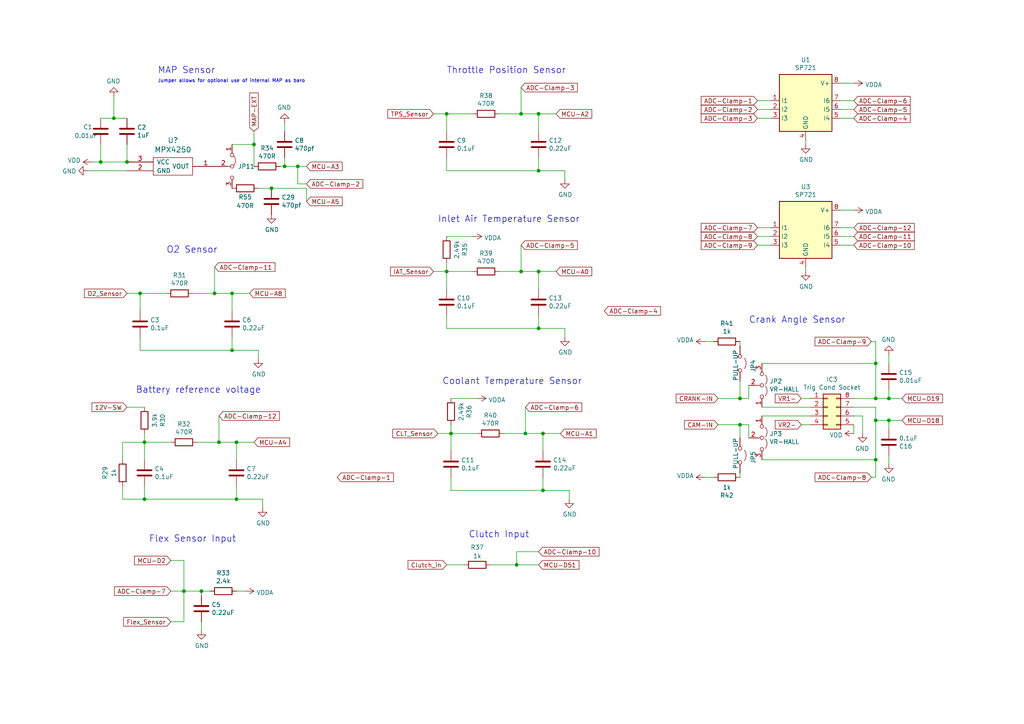
<source format=kicad_sch>
(kicad_sch (version 20231120) (generator "eeschema") (generator_version "8.0")
  (paper "A4")
  (title_block (title "0.4") (date "2021-03-27") (rev "4d") (company "Speeduino"))
  (lib_symbols
    (symbol "Connector_Generic:Conn_02x04_Counter_Clockwise" (pin_names (offset 1.016) hide)
      (property "Reference" "J" (at 1.27 5.08 0))
      (property "Value" "Conn_02x04_Counter_Clockwise" (at 1.27 -7.62 0))
      (symbol "Conn_02x04_Counter_Clockwise_1_1"
        (rectangle (start -1.27 -4.953) (end 0 -5.207) (stroke (width 0.1524)))
        (rectangle (start -1.27 -2.413) (end 0 -2.667) (stroke (width 0.1524)))
        (rectangle (start -1.27 0.127) (end 0 -0.127) (stroke (width 0.1524)))
        (rectangle (start -1.27 2.667) (end 0 2.413) (stroke (width 0.1524)))
        (rectangle (start -1.27 3.81) (end 3.81 -6.35) (stroke (width 0.254)) (fill (type background)))
        (rectangle (start 3.81 -4.953) (end 2.54 -5.207) (stroke (width 0.1524)))
        (rectangle (start 3.81 -2.413) (end 2.54 -2.667) (stroke (width 0.1524)))
        (rectangle (start 3.81 0.127) (end 2.54 -0.127) (stroke (width 0.1524)))
        (rectangle (start 3.81 2.667) (end 2.54 2.413) (stroke (width 0.1524)))
        (pin passive line (at -5.08 2.54 0) (length 3.81) (name "Pin_1") (number "1"))
        (pin passive line (at -5.08 0 0) (length 3.81) (name "Pin_2") (number "2"))
        (pin passive line (at -5.08 -2.54 0) (length 3.81) (name "Pin_3") (number "3"))
        (pin passive line (at -5.08 -5.08 0) (length 3.81) (name "Pin_4") (number "4"))
        (pin passive line (at 7.62 -5.08 180) (length 3.81) (name "Pin_5") (number "5"))
        (pin passive line (at 7.62 -2.54 180) (length 3.81) (name "Pin_6") (number "6"))
        (pin passive line (at 7.62 0 180) (length 3.81) (name "Pin_7") (number "7"))
        (pin passive line (at 7.62 2.54 180) (length 3.81) (name "Pin_8") (number "8"))
      )
    )
    (symbol "Device:C" (pin_numbers hide) (pin_names (offset 0.254))
      (property "Reference" "C" (at 0.635 2.54 0))
      (property "Value" "C" (at 0.635 -2.54 0))
      (symbol "C_0_1"
        (polyline (pts (xy -2.032 -0.762) (xy 2.032 -0.762)) (stroke (width 0.508)))
        (polyline (pts (xy -2.032 0.762) (xy 2.032 0.762)) (stroke (width 0.508)))
      )
      (symbol "C_1_1"
        (pin passive line (at 0 3.81 270) (length 2.794) (name "~") (number "1"))
        (pin passive line (at 0 -3.81 90) (length 2.794) (name "~") (number "2"))
      )
    )
    (symbol "Device:R" (pin_numbers hide) (pin_names (offset 0))
      (property "Reference" "R" (at 2.032 0 90))
      (property "Value" "R" (at 0 0 90))
      (symbol "R_0_1"
        (rectangle (start -1.016 -2.54) (end 1.016 2.54) (stroke (width 0.254)))
      )
      (symbol "R_1_1"
        (pin passive line (at 0 3.81 270) (length 1.27) (name "~") (number "1"))
        (pin passive line (at 0 -3.81 90) (length 1.27) (name "~") (number "2"))
      )
    )
    (symbol "Jumper:Jumper_2_Open" (pin_numbers hide) (pin_names (offset 0) hide) (exclude_from_sim yes)
      (property "Reference" "JP" (at 0 2.794 0))
      (property "Value" "Jumper_2_Open" (at 0 -2.286 0))
      (symbol "Jumper_2_Open_0_0"
        (circle (center -2.032 0) (radius 0.508))
        (circle (center 2.032 0) (radius 0.508))
      )
      (symbol "Jumper_2_Open_0_1"
        (arc (start 1.524 1.27) (mid 0 1.778) (end -1.524 1.27))
      )
      (symbol "Jumper_2_Open_1_1"
        (pin passive line (at -5.08 0 0) (length 2.54) (name "A") (number "1"))
        (pin passive line (at 5.08 0 180) (length 2.54) (name "B") (number "2"))
      )
    )
    (symbol "v0.4.3d-rescue:GND-power" (power) (pin_names (offset 0))
      (property "Value" "power_GND" (at 0 -3.81 0))
      (symbol "GND-power_0_1"
        (polyline (pts (xy 0 0) (xy 0 -1.27) (xy 1.27 -1.27) (xy 0 -2.54) (xy -1.27 -1.27) (xy 0 -1.27)))
      )
      (symbol "GND-power_1_1"
        (pin power_in line (at 0 0 270) (length 0) hide (name "GND") (number "1"))
      )
    )
    (symbol "v0.4.3d-rescue:Jumper_3_Bridged12-Jumper" (pin_names (offset 0) hide)
      (property "Reference" "JP" (at -2.54 -2.54 0))
      (property "Value" "Jumper_Jumper_3_Bridged12" (at 0 2.794 0))
      (symbol "Jumper_3_Bridged12-Jumper_0_0"
        (circle (center -3.302 0) (radius 0.508))
        (circle (center 0 0) (radius 0.508))
        (circle (center 3.302 0) (radius 0.508))
      )
      (symbol "Jumper_3_Bridged12-Jumper_0_1"
        (arc (start -0.254 0.508) (mid -1.651 0.9912) (end -3.048 0.508))
        (polyline (pts (xy 0 -1.27) (xy 0 -0.508)))
      )
      (symbol "Jumper_3_Bridged12-Jumper_1_1"
        (pin passive line (at -6.35 0 0) (length 2.54) (name "A") (number "1"))
        (pin input line (at 0 -3.81 90) (length 2.54) (name "C") (number "2"))
        (pin passive line (at 6.35 0 180) (length 2.54) (name "B") (number "3"))
      )
    )
    (symbol "v0.4.3d-rescue:Jumper_3_Open-Jumper" (pin_names (offset 0) hide)
      (property "Reference" "JP" (at -2.54 -2.54 0))
      (property "Value" "Jumper_Jumper_3_Open" (at 0 2.794 0))
      (symbol "Jumper_3_Open-Jumper_0_0"
        (circle (center -3.302 0) (radius 0.508))
        (circle (center 0 0) (radius 0.508))
        (circle (center 3.302 0) (radius 0.508))
      )
      (symbol "Jumper_3_Open-Jumper_0_1"
        (arc (start -0.254 1.016) (mid -1.651 1.4992) (end -3.048 1.016))
        (polyline (pts (xy 0 -0.508) (xy 0 -1.27)))
        (arc (start 3.048 1.016) (mid 1.651 1.4992) (end 0.254 1.016))
      )
      (symbol "Jumper_3_Open-Jumper_1_1"
        (pin passive line (at -6.35 0 0) (length 2.54) (name "A") (number "1"))
        (pin input line (at 0 -3.81 90) (length 2.54) (name "C") (number "2"))
        (pin passive line (at 6.35 0 180) (length 2.54) (name "B") (number "3"))
      )
    )
    (symbol "v0.4.3d-rescue:MPX4250-Misc-v0.4.4c-rescue" (pin_names (offset 1.016))
      (property "Reference" "U" (at 3.81 -3.81 0))
      (property "Value" "MPX4250-Misc-v0.4.4c-rescue" (at -1.27 3.81 0))
      (symbol "MPX4250-Misc-v0.4.4c-rescue_0_1"
        (rectangle (start -6.35 2.54) (end 5.08 -2.54))
      )
      (symbol "MPX4250-Misc-v0.4.4c-rescue_1_1"
        (pin output line (at 12.7 0 180) (length 7.62) (name "VOUT") (number "1"))
        (pin power_in line (at -13.97 -1.27 0) (length 7.62) (name "GND") (number "2"))
        (pin power_in line (at -13.97 1.27 0) (length 7.62) (name "VCC") (number "3"))
      )
    )
    (symbol "v0.4.3d-rescue:SP721-IC_Automotive"
      (property "Reference" "U" (at 0 15.875 0))
      (property "Value" "IC_Automotive_SP721" (at 0 13.97 0))
      (symbol "SP721-IC_Automotive_0_1"
        (rectangle (start -7.62 -3.81) (end 7.62 12.7) (stroke (width 0.254)) (fill (type background)))
      )
      (symbol "SP721-IC_Automotive_1_1"
        (pin input line (at -10.16 5.08 0) (length 2.54) (name "I1") (number "1"))
        (pin input line (at -10.16 2.54 0) (length 2.54) (name "I2") (number "2"))
        (pin input line (at -10.16 0 0) (length 2.54) (name "I3") (number "3"))
        (pin power_in line (at 0 -6.35 90) (length 2.54) (name "GND") (number "4"))
        (pin input line (at 10.16 0 180) (length 2.54) (name "I4") (number "5"))
        (pin input line (at 10.16 2.54 180) (length 2.54) (name "I5") (number "6"))
        (pin input line (at 10.16 5.08 180) (length 2.54) (name "I6") (number "7"))
        (pin power_in line (at 10.16 10.16 180) (length 2.54) (name "V+") (number "8"))
      )
    )
    (symbol "v0.4.3d-rescue:VDD-power" (power) (pin_names (offset 0))
      (property "Value" "power_VDD" (at 0 3.81 0))
      (symbol "VDD-power_0_1"
        (polyline (pts (xy -0.762 1.27) (xy 0 2.54)))
        (polyline (pts (xy 0 0) (xy 0 2.54)))
        (polyline (pts (xy 0 2.54) (xy 0.762 1.27)))
      )
      (symbol "VDD-power_1_1"
        (pin power_in line (at 0 0 90) (length 0) hide (name "VDD") (number "1"))
      )
    )
    (symbol "v0.4.3d-rescue:VDDA-power" (power) (pin_names (offset 0))
      (property "Value" "power_VDDA" (at 0 3.81 0))
      (symbol "VDDA-power_0_1"
        (polyline (pts (xy -0.762 1.27) (xy 0 2.54)))
        (polyline (pts (xy 0 0) (xy 0 2.54)))
        (polyline (pts (xy 0 2.54) (xy 0.762 1.27)))
      )
      (symbol "VDDA-power_1_1"
        (pin power_in line (at 0 0 90) (length 0) hide (name "VDDA") (number "1"))
      )
    )
  )
  (junction (at 68.58 128.27))
  (junction (at 62.23 85.09))
  (junction (at 152.4 125.73))
  (junction (at 257.81 121.92))
  (junction (at 151.13 78.74))
  (junction (at 257.81 115.57))
  (junction (at 86.36 48.26))
  (junction (at 41.91 128.27))
  (junction (at 40.64 85.09))
  (junction (at 41.91 144.78))
  (junction (at 53.34 171.45))
  (junction (at 156.21 95.25))
  (junction (at 68.58 144.78))
  (junction (at 82.55 48.26))
  (junction (at 156.21 49.53))
  (junction (at 157.48 125.73))
  (junction (at 151.13 33.02))
  (junction (at 254 121.92))
  (junction (at 67.31 101.6))
  (junction (at 130.81 125.73))
  (junction (at 149.86 163.83))
  (junction (at 78.74 54.61))
  (junction (at 214.63 123.19))
  (junction (at 129.54 33.02))
  (junction (at 254 115.57))
  (junction (at 67.31 85.09))
  (junction (at 214.63 115.57))
  (junction (at 63.5 128.27))
  (junction (at 157.48 142.24))
  (junction (at 156.21 78.74))
  (junction (at 254 105.41))
  (junction (at 254 133.35))
  (junction (at 29.21 46.99))
  (junction (at 156.21 33.02))
  (junction (at 73.66 41.91))
  (junction (at 33.02 34.29))
  (junction (at 58.42 171.45))
  (junction (at 36.83 46.99))
  (junction (at 129.54 78.74))
  (wire (pts (xy 162.56 125.73) (xy 157.48 125.73)))
  (wire (pts (xy 223.52 31.75) (xy 219.71 31.75)))
  (wire (pts (xy 152.4 118.11) (xy 152.4 125.73)))
  (wire (pts (xy 130.81 123.19) (xy 130.81 125.73)))
  (wire (pts (xy 81.28 48.26) (xy 82.55 48.26)))
  (wire (pts (xy 254 121.92) (xy 254 118.11)))
  (wire (pts (xy 40.64 85.09) (xy 48.26 85.09)))
  (wire (pts (xy 254 118.11) (xy 247.65 118.11)))
  (wire (pts (xy 157.48 125.73) (xy 157.48 130.81)))
  (wire (pts (xy 257.81 134.62) (xy 257.81 132.08)))
  (wire (pts (xy 247.65 120.65) (xy 250.19 120.65)))
  (wire (pts (xy 142.24 163.83) (xy 149.86 163.83)))
  (wire (pts (xy 152.4 125.73) (xy 157.48 125.73)))
  (wire (pts (xy 149.86 163.83) (xy 156.21 163.83)))
  (wire (pts (xy 130.81 130.81) (xy 130.81 125.73)))
  (wire (pts (xy 55.88 85.09) (xy 62.23 85.09)))
  (wire (pts (xy 247.65 66.04) (xy 243.84 66.04)))
  (wire (pts (xy 156.21 33.02) (xy 156.21 38.1)))
  (wire (pts (xy 58.42 172.72) (xy 58.42 171.45)))
  (wire (pts (xy 157.48 138.43) (xy 157.48 142.24)))
  (wire (pts (xy 26.67 46.99) (xy 29.21 46.99)))
  (wire (pts (xy 204.47 99.06) (xy 207.01 99.06)))
  (wire (pts (xy 88.9 53.34) (xy 86.36 53.34)))
  (wire (pts (xy 41.91 144.78) (xy 68.58 144.78)))
  (wire (pts (xy 156.21 78.74) (xy 156.21 83.82)))
  (wire (pts (xy 67.31 41.91) (xy 73.66 41.91)))
  (wire (pts (xy 214.63 115.57) (xy 217.17 115.57)))
  (wire (pts (xy 204.47 138.43) (xy 207.01 138.43)))
  (wire (pts (xy 254 138.43) (xy 254 133.35)))
  (wire (pts (xy 40.64 101.6) (xy 67.31 101.6)))
  (wire (pts (xy 257.81 102.87) (xy 257.81 105.41)))
  (wire (pts (xy 247.65 24.13) (xy 243.84 24.13)))
  (wire (pts (xy 254 133.35) (xy 254 121.92)))
  (wire (pts (xy 82.55 38.1) (xy 82.55 35.56)))
  (wire (pts (xy 233.68 77.47) (xy 233.68 78.74)))
  (wire (pts (xy 82.55 48.26) (xy 82.55 45.72)))
  (wire (pts (xy 146.05 125.73) (xy 152.4 125.73)))
  (wire (pts (xy 261.62 121.92) (xy 257.81 121.92)))
  (wire (pts (xy 161.29 78.74) (xy 156.21 78.74)))
  (wire (pts (xy 156.21 95.25) (xy 163.83 95.25)))
  (wire (pts (xy 156.21 49.53) (xy 163.83 49.53)))
  (wire (pts (xy 220.98 105.41) (xy 254 105.41)))
  (wire (pts (xy 53.34 180.34) (xy 53.34 171.45)))
  (wire (pts (xy 208.28 115.57) (xy 214.63 115.57)))
  (wire (pts (xy 138.43 115.57) (xy 130.81 115.57)))
  (wire (pts (xy 130.81 125.73) (xy 138.43 125.73)))
  (wire (pts (xy 76.2 144.78) (xy 76.2 147.32)))
  (wire (pts (xy 214.63 127) (xy 214.63 123.19)))
  (wire (pts (xy 129.54 33.02) (xy 137.16 33.02)))
  (wire (pts (xy 35.56 144.78) (xy 41.91 144.78)))
  (wire (pts (xy 129.54 38.1) (xy 129.54 33.02)))
  (wire (pts (xy 33.02 34.29) (xy 36.83 34.29)))
  (wire (pts (xy 127 125.73) (xy 130.81 125.73)))
  (wire (pts (xy 130.81 138.43) (xy 130.81 142.24)))
  (wire (pts (xy 35.56 133.35) (xy 35.56 128.27)))
  (wire (pts (xy 68.58 144.78) (xy 76.2 144.78)))
  (wire (pts (xy 129.54 163.83) (xy 134.62 163.83)))
  (wire (pts (xy 49.53 180.34) (xy 53.34 180.34)))
  (wire (pts (xy 232.41 123.19) (xy 234.95 123.19)))
  (wire (pts (xy 73.66 41.91) (xy 73.66 48.26)))
  (wire (pts (xy 254 105.41) (xy 254 115.57)))
  (wire (pts (xy 57.15 128.27) (xy 63.5 128.27)))
  (wire (pts (xy 41.91 133.35) (xy 41.91 128.27)))
  (wire (pts (xy 232.41 115.57) (xy 234.95 115.57)))
  (wire (pts (xy 247.65 31.75) (xy 243.84 31.75)))
  (wire (pts (xy 73.66 128.27) (xy 68.58 128.27)))
  (wire (pts (xy 25.4 49.53) (xy 36.83 49.53)))
  (wire (pts (xy 60.96 171.45) (xy 58.42 171.45)))
  (wire (pts (xy 67.31 101.6) (xy 74.93 101.6)))
  (wire (pts (xy 67.31 97.79) (xy 67.31 101.6)))
  (wire (pts (xy 252.73 138.43) (xy 254 138.43)))
  (wire (pts (xy 36.83 46.99) (xy 36.83 41.91)))
  (wire (pts (xy 62.23 85.09) (xy 67.31 85.09)))
  (wire (pts (xy 223.52 68.58) (xy 219.71 68.58)))
  (wire (pts (xy 163.83 49.53) (xy 163.83 52.07)))
  (wire (pts (xy 214.63 110.49) (xy 214.63 115.57)))
  (wire (pts (xy 62.23 77.47) (xy 62.23 85.09)))
  (wire (pts (xy 157.48 142.24) (xy 165.1 142.24)))
  (wire (pts (xy 208.28 123.19) (xy 214.63 123.19)))
  (wire (pts (xy 33.02 34.29) (xy 33.02 27.94)))
  (wire (pts (xy 220.98 133.35) (xy 254 133.35)))
  (wire (pts (xy 254 115.57) (xy 257.81 115.57)))
  (wire (pts (xy 73.66 38.1) (xy 73.66 41.91)))
  (wire (pts (xy 243.84 68.58) (xy 247.65 68.58)))
  (wire (pts (xy 214.63 137.16) (xy 214.63 138.43)))
  (wire (pts (xy 144.78 33.02) (xy 151.13 33.02)))
  (wire (pts (xy 257.81 121.92) (xy 257.81 124.46)))
  (wire (pts (xy 86.36 48.26) (xy 88.9 48.26)))
  (wire (pts (xy 219.71 66.04) (xy 223.52 66.04)))
  (wire (pts (xy 220.98 118.11) (xy 234.95 118.11)))
  (wire (pts (xy 156.21 91.44) (xy 156.21 95.25)))
  (wire (pts (xy 219.71 29.21) (xy 223.52 29.21)))
  (wire (pts (xy 144.78 78.74) (xy 151.13 78.74)))
  (wire (pts (xy 156.21 45.72) (xy 156.21 49.53)))
  (wire (pts (xy 88.9 54.61) (xy 78.74 54.61)))
  (wire (pts (xy 67.31 85.09) (xy 67.31 90.17)))
  (wire (pts (xy 74.93 101.6) (xy 74.93 104.14)))
  (wire (pts (xy 82.55 48.26) (xy 86.36 48.26)))
  (wire (pts (xy 53.34 162.56) (xy 53.34 171.45)))
  (wire (pts (xy 40.64 90.17) (xy 40.64 85.09)))
  (wire (pts (xy 68.58 128.27) (xy 68.58 133.35)))
  (wire (pts (xy 261.62 115.57) (xy 257.81 115.57)))
  (wire (pts (xy 151.13 71.12) (xy 151.13 78.74)))
  (wire (pts (xy 35.56 140.97) (xy 35.56 144.78)))
  (wire (pts (xy 247.65 71.12) (xy 243.84 71.12)))
  (wire (pts (xy 58.42 182.88) (xy 58.42 180.34)))
  (wire (pts (xy 247.65 60.96) (xy 243.84 60.96)))
  (wire (pts (xy 219.71 71.12) (xy 223.52 71.12)))
  (wire (pts (xy 137.16 68.58) (xy 129.54 68.58)))
  (wire (pts (xy 125.73 33.02) (xy 129.54 33.02)))
  (wire (pts (xy 36.83 118.11) (xy 41.91 118.11)))
  (wire (pts (xy 130.81 142.24) (xy 157.48 142.24)))
  (wire (pts (xy 214.63 123.19) (xy 217.17 123.19)))
  (wire (pts (xy 217.17 123.19) (xy 217.17 127)))
  (wire (pts (xy 163.83 95.25) (xy 163.83 97.79)))
  (wire (pts (xy 74.93 54.61) (xy 78.74 54.61)))
  (wire (pts (xy 68.58 171.45) (xy 71.12 171.45)))
  (wire (pts (xy 220.98 120.65) (xy 234.95 120.65)))
  (wire (pts (xy 252.73 99.06) (xy 254 99.06)))
  (wire (pts (xy 151.13 78.74) (xy 156.21 78.74)))
  (wire (pts (xy 72.39 85.09) (xy 67.31 85.09)))
  (wire (pts (xy 217.17 115.57) (xy 217.17 111.76)))
  (wire (pts (xy 129.54 45.72) (xy 129.54 49.53)))
  (wire (pts (xy 58.42 171.45) (xy 53.34 171.45)))
  (wire (pts (xy 254 121.92) (xy 257.81 121.92)))
  (wire (pts (xy 254 99.06) (xy 254 105.41)))
  (wire (pts (xy 129.54 95.25) (xy 156.21 95.25)))
  (wire (pts (xy 219.71 34.29) (xy 223.52 34.29)))
  (wire (pts (xy 125.73 78.74) (xy 129.54 78.74)))
  (wire (pts (xy 35.56 128.27) (xy 41.91 128.27)))
  (wire (pts (xy 129.54 78.74) (xy 137.16 78.74)))
  (wire (pts (xy 29.21 46.99) (xy 29.21 41.91)))
  (wire (pts (xy 214.63 99.06) (xy 214.63 100.33)))
  (wire (pts (xy 41.91 140.97) (xy 41.91 144.78)))
  (wire (pts (xy 250.19 120.65) (xy 250.19 125.73)))
  (wire (pts (xy 49.53 162.56) (xy 53.34 162.56)))
  (wire (pts (xy 151.13 25.4) (xy 151.13 33.02)))
  (wire (pts (xy 36.83 85.09) (xy 40.64 85.09)))
  (wire (pts (xy 40.64 97.79) (xy 40.64 101.6)))
  (wire (pts (xy 129.54 76.2) (xy 129.54 78.74)))
  (wire (pts (xy 161.29 33.02) (xy 156.21 33.02)))
  (wire (pts (xy 257.81 115.57) (xy 257.81 113.03)))
  (wire (pts (xy 63.5 120.65) (xy 63.5 128.27)))
  (wire (pts (xy 129.54 91.44) (xy 129.54 95.25)))
  (wire (pts (xy 149.86 160.02) (xy 149.86 163.83)))
  (wire (pts (xy 129.54 49.53) (xy 156.21 49.53)))
  (wire (pts (xy 29.21 34.29) (xy 33.02 34.29)))
  (wire (pts (xy 243.84 34.29) (xy 247.65 34.29)))
  (wire (pts (xy 68.58 140.97) (xy 68.58 144.78)))
  (wire (pts (xy 41.91 128.27) (xy 49.53 128.27)))
  (wire (pts (xy 243.84 29.21) (xy 247.65 29.21)))
  (wire (pts (xy 165.1 142.24) (xy 165.1 144.78)))
  (wire (pts (xy 233.68 41.91) (xy 233.68 40.64)))
  (wire (pts (xy 88.9 58.42) (xy 88.9 54.61)))
  (wire (pts (xy 151.13 33.02) (xy 156.21 33.02)))
  (wire (pts (xy 247.65 123.19) (xy 247.65 125.73)))
  (wire (pts (xy 247.65 115.57) (xy 254 115.57)))
  (wire (pts (xy 63.5 128.27) (xy 68.58 128.27)))
  (wire (pts (xy 29.21 46.99) (xy 36.83 46.99)))
  (wire (pts (xy 129.54 83.82) (xy 129.54 78.74)))
  (wire (pts (xy 53.34 171.45) (xy 49.53 171.45)))
  (wire (pts (xy 86.36 53.34) (xy 86.36 48.26)))
  (wire (pts (xy 156.21 160.02) (xy 149.86 160.02)))
  (wire (pts (xy 41.91 125.73) (xy 41.91 128.27)))
  (text "Coolant Temperature Sensor" (at 128.27 111.76 0) (effects (font (size 1.8796 1.8796)) (justify left bottom)))
  (text "Flex Sensor Input" (at 43.18 157.48 0) (effects (font (size 1.8796 1.8796)) (justify left bottom)))
  (text "Inlet Air Temperature Sensor" (at 127 64.77 0) (effects (font (size 1.8796 1.8796)) (justify left bottom)))
  (text "Jumper allows for optional use of internal MAP as baro" (at 45.72 24.13 0) (effects (font (size 0.9906 0.9906)) (justify left bottom)))
  (text "MAP Sensor" (at 45.72 21.59 0) (effects (font (size 1.8796 1.8796)) (justify left bottom)))
  (text "Clutch Input" (at 135.89 156.21 0) (effects (font (size 1.8796 1.8796)) (justify left bottom)))
  (text "Crank Angle Sensor" (at 217.17 93.98 0) (effects (font (size 1.8796 1.8796)) (justify left bottom)))
  (text "Throttle Position Sensor" (at 129.54 21.59 0) (effects (font (size 1.8796 1.8796)) (justify left bottom)))
  (text "O2 Sensor" (at 48.26 73.66 0) (effects (font (size 1.8796 1.8796)) (justify left bottom)))
  (text "Battery reference voltage" (at 39.37 114.3 0) (effects (font (size 1.8796 1.8796)) (justify left bottom)))
  (global_label "Flex_Sensor" (shape input) (at 49.53 180.34 180) (property "Intersheetrefs" "${INTERSHEET_REFS}" (effects (hide yes))))
  (global_label "MCU-D51" (shape input) (at 156.21 163.83 0) (property "Intersheetrefs" "${INTERSHEET_REFS}" (effects (hide yes))))
  (global_label "ADC-Clamp-9" (shape input) (at 219.71 71.12 180) (property "Intersheetrefs" "${INTERSHEET_REFS}" (effects (hide yes))))
  (global_label "ADC-Clamp-2" (shape input) (at 88.9 53.34 0) (property "Intersheetrefs" "${INTERSHEET_REFS}" (effects (hide yes))))
  (global_label "ADC-Clamp-2" (shape input) (at 219.71 31.75 180) (property "Intersheetrefs" "${INTERSHEET_REFS}" (effects (hide yes))))
  (global_label "ADC-Clamp-7" (shape input) (at 219.71 66.04 180) (property "Intersheetrefs" "${INTERSHEET_REFS}" (effects (hide yes))))
  (global_label "12V-SW" (shape input) (at 36.83 118.11 180) (property "Intersheetrefs" "${INTERSHEET_REFS}" (effects (hide yes))))
  (global_label "MCU-D19" (shape input) (at 261.62 115.57 0) (property "Intersheetrefs" "${INTERSHEET_REFS}" (effects (hide yes))))
  (global_label "ADC-Clamp-11" (shape input) (at 62.23 77.47 0) (property "Intersheetrefs" "${INTERSHEET_REFS}" (effects (hide yes))))
  (global_label "MCU-A5" (shape input) (at 88.9 58.42 0) (property "Intersheetrefs" "${INTERSHEET_REFS}" (effects (hide yes))))
  (global_label "ADC-Clamp-10" (shape input) (at 156.21 160.02 0) (property "Intersheetrefs" "${INTERSHEET_REFS}" (effects (hide yes))))
  (global_label "ADC-Clamp-5" (shape input) (at 151.13 71.12 0) (property "Intersheetrefs" "${INTERSHEET_REFS}" (effects (hide yes))))
  (global_label "ADC-Clamp-1" (shape input) (at 219.71 29.21 180) (property "Intersheetrefs" "${INTERSHEET_REFS}" (effects (hide yes))))
  (global_label "IAT_Sensor" (shape input) (at 125.73 78.74 180) (property "Intersheetrefs" "${INTERSHEET_REFS}" (effects (hide yes))))
  (global_label "CRANK-IN" (shape input) (at 208.28 115.57 180) (property "Intersheetrefs" "${INTERSHEET_REFS}" (effects (hide yes))))
  (global_label "CLT_Sensor" (shape input) (at 127 125.73 180) (property "Intersheetrefs" "${INTERSHEET_REFS}" (effects (hide yes))))
  (global_label "MCU-A0" (shape input) (at 161.29 78.74 0) (property "Intersheetrefs" "${INTERSHEET_REFS}" (effects (hide yes))))
  (global_label "ADC-Clamp-5" (shape input) (at 247.65 31.75 0) (property "Intersheetrefs" "${INTERSHEET_REFS}" (effects (hide yes))))
  (global_label "ADC-Clamp-12" (shape input) (at 63.5 120.65 0) (property "Intersheetrefs" "${INTERSHEET_REFS}" (effects (hide yes))))
  (global_label "ADC-Clamp-12" (shape input) (at 247.65 66.04 0) (property "Intersheetrefs" "${INTERSHEET_REFS}" (effects (hide yes))))
  (global_label "ADC-Clamp-11" (shape input) (at 247.65 68.58 0) (property "Intersheetrefs" "${INTERSHEET_REFS}" (effects (hide yes))))
  (global_label "ADC-Clamp-4" (shape input) (at 247.65 34.29 0) (property "Intersheetrefs" "${INTERSHEET_REFS}" (effects (hide yes))))
  (global_label "MCU-A1" (shape input) (at 162.56 125.73 0) (property "Intersheetrefs" "${INTERSHEET_REFS}" (effects (hide yes))))
  (global_label "ADC-Clamp-1" (shape input) (at 97.79 138.43 0) (property "Intersheetrefs" "${INTERSHEET_REFS}" (effects (hide yes))))
  (global_label "ADC-Clamp-4" (shape input) (at 175.26 90.17 0) (property "Intersheetrefs" "${INTERSHEET_REFS}" (effects (hide yes))))
  (global_label "CAM-IN" (shape input) (at 208.28 123.19 180) (property "Intersheetrefs" "${INTERSHEET_REFS}" (effects (hide yes))))
  (global_label "MCU-A4" (shape input) (at 73.66 128.27 0) (property "Intersheetrefs" "${INTERSHEET_REFS}" (effects (hide yes))))
  (global_label "MCU-A2" (shape input) (at 161.29 33.02 0) (property "Intersheetrefs" "${INTERSHEET_REFS}" (effects (hide yes))))
  (global_label "ADC-Clamp-6" (shape input) (at 247.65 29.21 0) (property "Intersheetrefs" "${INTERSHEET_REFS}" (effects (hide yes))))
  (global_label "MCU-D2" (shape input) (at 49.53 162.56 180) (property "Intersheetrefs" "${INTERSHEET_REFS}" (effects (hide yes))))
  (global_label "ADC-Clamp-7" (shape input) (at 49.53 171.45 180) (property "Intersheetrefs" "${INTERSHEET_REFS}" (effects (hide yes))))
  (global_label "ADC-Clamp-10" (shape input) (at 247.65 71.12 0) (property "Intersheetrefs" "${INTERSHEET_REFS}" (effects (hide yes))))
  (global_label "MCU-A3" (shape input) (at 88.9 48.26 0) (property "Intersheetrefs" "${INTERSHEET_REFS}" (effects (hide yes))))
  (global_label "O2_Sensor" (shape input) (at 36.83 85.09 180) (property "Intersheetrefs" "${INTERSHEET_REFS}" (effects (hide yes))))
  (global_label "ADC-Clamp-3" (shape input) (at 151.13 25.4 0) (property "Intersheetrefs" "${INTERSHEET_REFS}" (effects (hide yes))))
  (global_label "ADC-Clamp-8" (shape input) (at 252.73 138.43 180) (property "Intersheetrefs" "${INTERSHEET_REFS}" (effects (hide yes))))
  (global_label "MCU-A8" (shape input) (at 72.39 85.09 0) (property "Intersheetrefs" "${INTERSHEET_REFS}" (effects (hide yes))))
  (global_label "MAP-EXT" (shape input) (at 73.66 38.1 90) (property "Intersheetrefs" "${INTERSHEET_REFS}" (effects (hide yes))))
  (global_label "ADC-Clamp-6" (shape input) (at 152.4 118.11 0) (property "Intersheetrefs" "${INTERSHEET_REFS}" (effects (hide yes))))
  (global_label "VR1-" (shape input) (at 232.41 115.57 180) (property "Intersheetrefs" "${INTERSHEET_REFS}" (effects (hide yes))))
  (global_label "MCU-D18" (shape input) (at 261.62 121.92 0) (property "Intersheetrefs" "${INTERSHEET_REFS}" (effects (hide yes))))
  (global_label "ADC-Clamp-9" (shape input) (at 252.73 99.06 180) (property "Intersheetrefs" "${INTERSHEET_REFS}" (effects (hide yes))))
  (global_label "TPS_Sensor" (shape input) (at 125.73 33.02 180) (property "Intersheetrefs" "${INTERSHEET_REFS}" (effects (hide yes))))
  (global_label "Clutch_in" (shape input) (at 129.54 163.83 180) (property "Intersheetrefs" "${INTERSHEET_REFS}" (effects (hide yes))))
  (global_label "ADC-Clamp-3" (shape input) (at 219.71 34.29 180) (property "Intersheetrefs" "${INTERSHEET_REFS}" (effects (hide yes))))
  (global_label "VR2-" (shape input) (at 232.41 123.19 180) (property "Intersheetrefs" "${INTERSHEET_REFS}" (effects (hide yes))))
  (global_label "ADC-Clamp-8" (shape input) (at 219.71 68.58 180) (property "Intersheetrefs" "${INTERSHEET_REFS}" (effects (hide yes))))
  (symbol (lib_id "v0.4.3d-rescue:MPX4250-Misc-v0.4.4c-rescue") (at 50.8 48.26 0) (unit 1)
    (property "Reference" "U5" (at 50.165 40.7162 0) (effects (font (size 1.524 1.524))))
    (property "Value" "MPX4250" (at 50.165 43.4086 0) (effects (font (size 1.524 1.524))))
    (property "Footprint" "Misc:MPX4250" (effects (hide yes)))
    (property "Digikey Part Number" "MPX4250AP-ND" (effects (hide yes)))
    (property "Manufacturer_Name" "NXP" (effects (hide yes)))
    (property "Manufacturer_Part_Number" "MPX4250AP" (effects (hide yes)))
    (property "URL" "https://www.digikey.com.au/product-detail/en/nxp-usa-inc/MPX4250AP/MPX4250AP-ND/464053" (effects (hide yes)))
    (instances (project "" (path "" (reference "U?") (unit 1)) (path "" (reference "U5") (unit 1))))
  )
  (symbol (lib_id "v0.4.3d-rescue:GND-power") (at 25.4 49.53 270) (unit 1)
    (property "Reference" "#PWR023" (effects (hide yes)))
    (property "Value" "GND" (at 22.1488 49.657 90) (effects (justify right)))
  )
  (symbol (lib_id "v0.4.3d-rescue:GND-power") (at 82.55 35.56 180) (unit 1)
    (property "Reference" "#PWR029" (effects (hide yes)))
    (property "Value" "GND" (at 82.423 31.1658 0))
  )
  (symbol (lib_id "Device:C") (at 82.55 41.91 0) (unit 1)
    (property "Reference" "C8" (at 85.471 40.7416 0) (effects (justify left)))
    (property "Value" "470pf" (at 85.471 43.053 0) (effects (justify left)))
    (property "Footprint" "Capacitor_THT:C_Disc_D5.0mm_W2.5mm_P2.50mm" (effects (hide yes)))
    (property "Digikey Part Number" "445-180522-1-ND" (effects (hide yes)))
    (property "Manufacturer_Name" "TDK" (effects (hide yes)))
    (property "Manufacturer_Part_Number" "FA18NP01H471JNU06" (effects (hide yes)))
    (property "URL" "https://www.digikey.com.au/product-detail/en/tdk-corporation/FA18NP01H471JNU06/445-180522-1-ND/9560648" (effects (hide yes)))
  )
  (symbol (lib_id "Device:R") (at 77.47 48.26 270) (unit 1)
    (property "Reference" "R34" (at 77.47 43.0022 90))
    (property "Value" "470R" (at 77.47 45.3136 90))
    (property "Footprint" "Resistor_THT:R_Axial_DIN0204_L3.6mm_D1.6mm_P5.08mm_Horizontal" (effects (hide yes)))
    (property "Manufacturer_Name" "Vishay" (effects (hide yes)))
    (property "Manufacturer_Part_Number" "MBA02040C4700FRP00" (effects (hide yes)))
    (property "URL" "https://www.digikey.com.au/product-detail/en/vishay-beyschlag-draloric-bc-components/MBA02040C4700FRP00/BC3516CT-ND/7350946" (effects (hide yes)))
    (property "Digikey Part Number" "BC3516CT-ND" (effects (hide yes)))
  )
  (symbol (lib_id "Device:C") (at 29.21 38.1 0) (unit 1)
    (property "Reference" "C1" (at 24.13 36.83 0) (effects (justify left)))
    (property "Value" "0.01uF" (at 21.59 39.37 0) (effects (justify left)))
    (property "Footprint" "Capacitor_THT:C_Disc_D5.0mm_W2.5mm_P2.50mm" (effects (hide yes)))
    (property "Digikey Part Number" "445-174244-1-ND" (effects (hide yes)))
    (property "Manufacturer_Name" "TDK" (effects (hide yes)))
    (property "Manufacturer_Part_Number" "FA18X7R1H103KNU06" (effects (hide yes)))
    (property "URL" "https://www.digikey.com.au/product-detail/en/tdk-corporation/FA18X7R1H103KNU06/445-174244-1-ND/5865002" (effects (hide yes)))
  )
  (symbol (lib_id "Device:C") (at 36.83 38.1 0) (unit 1)
    (property "Reference" "C2" (at 39.751 36.9316 0) (effects (justify left)))
    (property "Value" "1uF" (at 39.751 39.243 0) (effects (justify left)))
    (property "Footprint" "Capacitor_THT:C_Disc_D5.0mm_W2.5mm_P2.50mm" (effects (hide yes)))
    (property "Digikey Part Number" "445-180543-1-ND" (effects (hide yes)))
    (property "Manufacturer_Name" "TDK" (effects (hide yes)))
    (property "Manufacturer_Part_Number" "FA18X7R1E105KRU06" (effects (hide yes)))
    (property "URL" "https://www.digikey.com.au/product-detail/en/tdk-corporation/FA18X7R1E105KRU06/445-180543-1-ND/9560669" (effects (hide yes)))
  )
  (symbol (lib_id "v0.4.3d-rescue:GND-power") (at 33.02 27.94 180) (unit 1)
    (property "Reference" "#PWR025" (effects (hide yes)))
    (property "Value" "GND" (at 32.893 23.5458 0))
  )
  (symbol (lib_id "Device:R") (at 210.82 99.06 270) (unit 1)
    (property "Reference" "R41" (at 210.82 93.8022 90))
    (property "Value" "1k" (at 210.82 96.1136 90))
    (property "Footprint" "Resistor_THT:R_Axial_DIN0204_L3.6mm_D1.6mm_P5.08mm_Horizontal" (effects (hide yes)))
    (property "Digikey Part Number" "BC1.00KXCT-ND" (effects (hide yes)))
    (property "Manufacturer_Name" "Vishay" (effects (hide yes)))
    (property "Manufacturer_Part_Number" "MBA02040C1001FRP00" (effects (hide yes)))
  )
  (symbol (lib_id "Device:C") (at 257.81 109.22 0) (unit 1)
    (property "Reference" "C15" (at 260.731 108.0516 0) (effects (justify left)))
    (property "Value" "0.01uF" (at 260.731 110.363 0) (effects (justify left)))
    (property "Footprint" "Capacitor_THT:C_Disc_D5.0mm_W2.5mm_P2.50mm" (effects (hide yes)))
    (property "Digikey Part Number" "445-174244-1-ND" (effects (hide yes)))
    (property "Manufacturer_Name" "TDK" (effects (hide yes)))
    (property "Manufacturer_Part_Number" "FA18X7R1H103KNU06" (effects (hide yes)))
    (property "URL" "https://www.digikey.com.au/product-detail/en/tdk-corporation/FA18X7R1H103KNU06/445-174244-1-ND/5865002" (effects (hide yes)))
  )
  (symbol (lib_id "v0.4.3d-rescue:GND-power") (at 257.81 102.87 180) (unit 1)
    (property "Reference" "#PWR040" (effects (hide yes)))
    (property "Value" "GND" (at 257.683 98.4758 0))
  )
  (symbol (lib_id "Device:R") (at 210.82 138.43 270) (mirror x) (unit 1)
    (property "Reference" "R42" (at 210.82 143.6878 90))
    (property "Value" "1k" (at 210.82 141.3764 90))
    (property "Footprint" "Resistor_THT:R_Axial_DIN0204_L3.6mm_D1.6mm_P5.08mm_Horizontal" (effects (hide yes)))
    (property "Digikey Part Number" "BC1.00KXCT-ND" (effects (hide yes)))
    (property "Manufacturer_Name" "Vishay" (effects (hide yes)))
    (property "Manufacturer_Part_Number" "MBA02040C1001FRP00" (effects (hide yes)))
  )
  (symbol (lib_id "Device:C") (at 257.81 128.27 0) (mirror x) (unit 1)
    (property "Reference" "C16" (at 260.731 129.4384 0) (effects (justify left)))
    (property "Value" "0.1uF" (at 260.731 127.127 0) (effects (justify left)))
    (property "Footprint" "Capacitor_THT:C_Disc_D5.0mm_W2.5mm_P2.50mm" (effects (hide yes)))
    (property "Digikey Part Number" "445-180563-1-ND" (effects (hide yes)))
    (property "Manufacturer_Name" "TDK" (effects (hide yes)))
    (property "Manufacturer_Part_Number" "FA18X8R1E104KNU06" (effects (hide yes)))
    (property "URL" "https://www.digikey.com.au/product-detail/en/tdk-corporation/FA18X8R1E104KNU06/445-180563-1-ND/9560689" (effects (hide yes)))
  )
  (symbol (lib_id "v0.4.3d-rescue:GND-power") (at 257.81 134.62 0) (mirror y) (unit 1)
    (property "Reference" "#PWR041" (effects (hide yes)))
    (property "Value" "GND" (at 257.683 139.0142 0))
  )
  (symbol (lib_id "v0.4.3d-rescue:GND-power") (at 233.68 41.91 0) (unit 1)
    (property "Reference" "#PWR039" (effects (hide yes)))
    (property "Value" "GND" (at 233.807 46.3042 0))
  )
  (symbol (lib_id "Device:R") (at 52.07 85.09 270) (unit 1)
    (property "Reference" "R31" (at 52.07 79.8322 90))
    (property "Value" "470R" (at 52.07 82.1436 90))
    (property "Footprint" "Resistor_THT:R_Axial_DIN0204_L3.6mm_D1.6mm_P5.08mm_Horizontal" (effects (hide yes)))
    (property "Manufacturer_Name" "Vishay" (effects (hide yes)))
    (property "Manufacturer_Part_Number" "MBA02040C4700FRP00" (effects (hide yes)))
    (property "URL" "https://www.digikey.com.au/product-detail/en/vishay-beyschlag-draloric-bc-components/MBA02040C4700FRP00/BC3516CT-ND/7350946" (effects (hide yes)))
    (property "Digikey Part Number" "BC3516CT-ND" (effects (hide yes)))
  )
  (symbol (lib_id "Device:C") (at 67.31 93.98 0) (unit 1)
    (property "Reference" "C6" (at 70.231 92.8116 0) (effects (justify left)))
    (property "Value" "0.22uF" (at 70.231 95.123 0) (effects (justify left)))
    (property "Footprint" "Capacitor_THT:C_Disc_D5.0mm_W2.5mm_P2.50mm" (effects (hide yes)))
    (property "Digikey Part Number" "445-180564-1-ND" (effects (hide yes)))
    (property "Manufacturer_Name" "TDK" (effects (hide yes)))
    (property "Manufacturer_Part_Number" "FA18X8R1E224KRU06" (effects (hide yes)))
    (property "URL" "https://www.digikey.com.au/product-detail/en/tdk-corporation/FA18X8R1E224KRU06/445-180564-1-ND/9560690" (effects (hide yes)))
  )
  (symbol (lib_id "Device:C") (at 40.64 93.98 0) (unit 1)
    (property "Reference" "C3" (at 43.561 92.8116 0) (effects (justify left)))
    (property "Value" "0.1uF" (at 43.561 95.123 0) (effects (justify left)))
    (property "Footprint" "Capacitor_THT:C_Disc_D5.0mm_W2.5mm_P2.50mm" (effects (hide yes)))
    (property "Digikey Part Number" "445-180563-1-ND" (effects (hide yes)))
    (property "Manufacturer_Name" "TDK" (effects (hide yes)))
    (property "Manufacturer_Part_Number" "FA18X8R1E104KNU06" (effects (hide yes)))
    (property "URL" "https://www.digikey.com.au/product-detail/en/tdk-corporation/FA18X8R1E104KNU06/445-180563-1-ND/9560689" (effects (hide yes)))
  )
  (symbol (lib_id "v0.4.3d-rescue:GND-power") (at 74.93 104.14 0) (unit 1)
    (property "Reference" "#PWR028" (effects (hide yes)))
    (property "Value" "GND" (at 75.057 108.5342 0))
  )
  (symbol (lib_id "Device:R") (at 140.97 33.02 270) (unit 1)
    (property "Reference" "R38" (at 140.97 27.7622 90))
    (property "Value" "470R" (at 140.97 30.0736 90))
    (property "Footprint" "Resistor_THT:R_Axial_DIN0204_L3.6mm_D1.6mm_P5.08mm_Horizontal" (effects (hide yes)))
    (property "Manufacturer_Name" "Vishay" (effects (hide yes)))
    (property "Manufacturer_Part_Number" "MBA02040C4700FRP00" (effects (hide yes)))
    (property "URL" "https://www.digikey.com.au/product-detail/en/vishay-beyschlag-draloric-bc-components/MBA02040C4700FRP00/BC3516CT-ND/7350946" (effects (hide yes)))
    (property "Digikey Part Number" "BC3516CT-ND" (effects (hide yes)))
  )
  (symbol (lib_id "Device:C") (at 156.21 41.91 0) (unit 1)
    (property "Reference" "C12" (at 159.131 40.7416 0) (effects (justify left)))
    (property "Value" "0.22uF" (at 159.131 43.053 0) (effects (justify left)))
    (property "Footprint" "Capacitor_THT:C_Disc_D5.0mm_W2.5mm_P2.50mm" (effects (hide yes)))
    (property "Digikey Part Number" "445-180564-1-ND" (effects (hide yes)))
    (property "Manufacturer_Name" "TDK" (effects (hide yes)))
    (property "Manufacturer_Part_Number" "FA18X8R1E224KRU06" (effects (hide yes)))
    (property "URL" "https://www.digikey.com.au/product-detail/en/tdk-corporation/FA18X8R1E224KRU06/445-180564-1-ND/9560690" (effects (hide yes)))
  )
  (symbol (lib_id "Device:C") (at 129.54 41.91 0) (unit 1)
    (property "Reference" "C9" (at 132.461 40.7416 0) (effects (justify left)))
    (property "Value" "0.1uF" (at 132.461 43.053 0) (effects (justify left)))
    (property "Footprint" "Capacitor_THT:C_Disc_D5.0mm_W2.5mm_P2.50mm" (effects (hide yes)))
    (property "Digikey Part Number" "445-180563-1-ND" (effects (hide yes)))
    (property "Manufacturer_Name" "TDK" (effects (hide yes)))
    (property "Manufacturer_Part_Number" "FA18X8R1E104KNU06" (effects (hide yes)))
    (property "URL" "https://www.digikey.com.au/product-detail/en/tdk-corporation/FA18X8R1E104KNU06/445-180563-1-ND/9560689" (effects (hide yes)))
  )
  (symbol (lib_id "v0.4.3d-rescue:GND-power") (at 163.83 52.07 0) (unit 1)
    (property "Reference" "#PWR034" (effects (hide yes)))
    (property "Value" "GND" (at 163.957 56.4642 0))
  )
  (symbol (lib_id "Device:R") (at 140.97 78.74 270) (unit 1)
    (property "Reference" "R39" (at 140.97 73.4822 90))
    (property "Value" "470R" (at 140.97 75.7936 90))
    (property "Footprint" "Resistor_THT:R_Axial_DIN0204_L3.6mm_D1.6mm_P5.08mm_Horizontal" (effects (hide yes)))
    (property "Manufacturer_Name" "Vishay" (effects (hide yes)))
    (property "Manufacturer_Part_Number" "MBA02040C4700FRP00" (effects (hide yes)))
    (property "URL" "https://www.digikey.com.au/product-detail/en/vishay-beyschlag-draloric-bc-components/MBA02040C4700FRP00/BC3516CT-ND/7350946" (effects (hide yes)))
    (property "Digikey Part Number" "BC3516CT-ND" (effects (hide yes)))
  )
  (symbol (lib_id "Device:C") (at 156.21 87.63 0) (unit 1)
    (property "Reference" "C13" (at 159.131 86.4616 0) (effects (justify left)))
    (property "Value" "0.22uF" (at 159.131 88.773 0) (effects (justify left)))
    (property "Footprint" "Capacitor_THT:C_Disc_D5.0mm_W2.5mm_P2.50mm" (effects (hide yes)))
    (property "Digikey Part Number" "445-180564-1-ND" (effects (hide yes)))
    (property "Manufacturer_Name" "TDK" (effects (hide yes)))
    (property "Manufacturer_Part_Number" "FA18X8R1E224KRU06" (effects (hide yes)))
    (property "URL" "https://www.digikey.com.au/product-detail/en/tdk-corporation/FA18X8R1E224KRU06/445-180564-1-ND/9560690" (effects (hide yes)))
  )
  (symbol (lib_id "Device:C") (at 129.54 87.63 0) (unit 1)
    (property "Reference" "C10" (at 132.461 86.4616 0) (effects (justify left)))
    (property "Value" "0.1uF" (at 132.461 88.773 0) (effects (justify left)))
    (property "Footprint" "Capacitor_THT:C_Disc_D5.0mm_W2.5mm_P2.50mm" (effects (hide yes)))
    (property "Digikey Part Number" "445-180563-1-ND" (effects (hide yes)))
    (property "Manufacturer_Name" "TDK" (effects (hide yes)))
    (property "Manufacturer_Part_Number" "FA18X8R1E104KNU06" (effects (hide yes)))
    (property "URL" "https://www.digikey.com.au/product-detail/en/tdk-corporation/FA18X8R1E104KNU06/445-180563-1-ND/9560689" (effects (hide yes)))
  )
  (symbol (lib_id "v0.4.3d-rescue:GND-power") (at 163.83 97.79 0) (unit 1)
    (property "Reference" "#PWR035" (effects (hide yes)))
    (property "Value" "GND" (at 163.957 102.1842 0))
  )
  (symbol (lib_id "Device:R") (at 129.54 72.39 180) (unit 1)
    (property "Reference" "R35" (at 134.7978 72.39 90))
    (property "Value" "2.49k" (at 132.4864 72.39 90))
    (property "Footprint" "Resistor_THT:R_Axial_DIN0204_L3.6mm_D1.6mm_P5.08mm_Horizontal" (effects (hide yes)))
    (property "Digikey Part Number" "BC2.49KXCT-ND" (effects (hide yes)))
    (property "Manufacturer_Name" "Vishay" (effects (hide yes)))
    (property "Manufacturer_Part_Number" "MBA02040C2491FRP00" (effects (hide yes)))
    (property "URL" "https://www.digikey.com.au/product-detail/en/vishay-beyschlag-draloric-bc-components/MBA02040C2491FRP00/BC2-49KXCT-ND/336807" (effects (hide yes)))
  )
  (symbol (lib_id "v0.4.3d-rescue:VDDA-power") (at 137.16 68.58 270) (unit 1)
    (property "Reference" "#PWR031" (effects (hide yes)))
    (property "Value" "VDDA" (at 140.4112 69.0118 90) (effects (justify left)))
  )
  (symbol (lib_id "Device:R") (at 142.24 125.73 270) (unit 1)
    (property "Reference" "R40" (at 142.24 120.4722 90))
    (property "Value" "470R" (at 142.24 122.7836 90))
    (property "Footprint" "Resistor_THT:R_Axial_DIN0204_L3.6mm_D1.6mm_P5.08mm_Horizontal" (effects (hide yes)))
    (property "Manufacturer_Name" "Vishay" (effects (hide yes)))
    (property "Manufacturer_Part_Number" "MBA02040C4700FRP00" (effects (hide yes)))
    (property "URL" "https://www.digikey.com.au/product-detail/en/vishay-beyschlag-draloric-bc-components/MBA02040C4700FRP00/BC3516CT-ND/7350946" (effects (hide yes)))
    (property "Digikey Part Number" "BC3516CT-ND" (effects (hide yes)))
  )
  (symbol (lib_id "Device:C") (at 157.48 134.62 0) (unit 1)
    (property "Reference" "C14" (at 160.401 133.4516 0) (effects (justify left)))
    (property "Value" "0.22uF" (at 160.401 135.763 0) (effects (justify left)))
    (property "Footprint" "Capacitor_THT:C_Disc_D5.0mm_W2.5mm_P2.50mm" (effects (hide yes)))
    (property "Digikey Part Number" "445-180564-1-ND" (effects (hide yes)))
    (property "Manufacturer_Name" "TDK" (effects (hide yes)))
    (property "Manufacturer_Part_Number" "FA18X8R1E224KRU06" (effects (hide yes)))
    (property "URL" "https://www.digikey.com.au/product-detail/en/tdk-corporation/FA18X8R1E224KRU06/445-180564-1-ND/9560690" (effects (hide yes)))
  )
  (symbol (lib_id "Device:C") (at 130.81 134.62 0) (unit 1)
    (property "Reference" "C11" (at 133.731 133.4516 0) (effects (justify left)))
    (property "Value" "0.1uF" (at 133.731 135.763 0) (effects (justify left)))
    (property "Footprint" "Capacitor_THT:C_Disc_D5.0mm_W2.5mm_P2.50mm" (effects (hide yes)))
    (property "Digikey Part Number" "445-180563-1-ND" (effects (hide yes)))
    (property "Manufacturer_Name" "TDK" (effects (hide yes)))
    (property "Manufacturer_Part_Number" "FA18X8R1E104KNU06" (effects (hide yes)))
    (property "URL" "https://www.digikey.com.au/product-detail/en/tdk-corporation/FA18X8R1E104KNU06/445-180563-1-ND/9560689" (effects (hide yes)))
  )
  (symbol (lib_id "v0.4.3d-rescue:GND-power") (at 165.1 144.78 0) (unit 1)
    (property "Reference" "#PWR036" (effects (hide yes)))
    (property "Value" "GND" (at 165.227 149.1742 0))
  )
  (symbol (lib_id "Device:R") (at 130.81 119.38 180) (unit 1)
    (property "Reference" "R36" (at 136.0678 119.38 90))
    (property "Value" "2.49k" (at 133.7564 119.38 90))
    (property "Footprint" "Resistor_THT:R_Axial_DIN0204_L3.6mm_D1.6mm_P5.08mm_Horizontal" (effects (hide yes)))
    (property "Digikey Part Number" "BC2.49KXCT-ND" (effects (hide yes)))
    (property "Manufacturer_Name" "Vishay" (effects (hide yes)))
    (property "Manufacturer_Part_Number" "MBA02040C2491FRP00" (effects (hide yes)))
    (property "URL" "https://www.digikey.com.au/product-detail/en/vishay-beyschlag-draloric-bc-components/MBA02040C2491FRP00/BC2-49KXCT-ND/336807" (effects (hide yes)))
  )
  (symbol (lib_id "v0.4.3d-rescue:VDDA-power") (at 138.43 115.57 270) (unit 1)
    (property "Reference" "#PWR032" (effects (hide yes)))
    (property "Value" "VDDA" (at 141.6812 116.0018 90) (effects (justify left)))
  )
  (symbol (lib_id "Device:R") (at 53.34 128.27 270) (unit 1)
    (property "Reference" "R32" (at 53.34 123.0122 90))
    (property "Value" "470R" (at 53.34 125.3236 90))
    (property "Footprint" "Resistor_THT:R_Axial_DIN0204_L3.6mm_D1.6mm_P5.08mm_Horizontal" (effects (hide yes)))
    (property "Manufacturer_Name" "Vishay" (effects (hide yes)))
    (property "Manufacturer_Part_Number" "MBA02040C4700FRP00" (effects (hide yes)))
    (property "URL" "https://www.digikey.com.au/product-detail/en/vishay-beyschlag-draloric-bc-components/MBA02040C4700FRP00/BC3516CT-ND/7350946" (effects (hide yes)))
    (property "Digikey Part Number" "BC3516CT-ND" (effects (hide yes)))
  )
  (symbol (lib_id "Device:C") (at 68.58 137.16 0) (unit 1)
    (property "Reference" "C7" (at 71.501 135.9916 0) (effects (justify left)))
    (property "Value" "0.22uF" (at 71.501 138.303 0) (effects (justify left)))
    (property "Footprint" "Capacitor_THT:C_Disc_D5.0mm_W2.5mm_P2.50mm" (effects (hide yes)))
    (property "Digikey Part Number" "445-180564-1-ND" (effects (hide yes)))
    (property "Manufacturer_Name" "TDK" (effects (hide yes)))
    (property "Manufacturer_Part_Number" "FA18X8R1E224KRU06" (effects (hide yes)))
    (property "URL" "https://www.digikey.com.au/product-detail/en/tdk-corporation/FA18X8R1E224KRU06/445-180564-1-ND/9560690" (effects (hide yes)))
  )
  (symbol (lib_id "Device:C") (at 41.91 137.16 0) (unit 1)
    (property "Reference" "C4" (at 44.831 135.9916 0) (effects (justify left)))
    (property "Value" "0.1uF" (at 44.831 138.303 0) (effects (justify left)))
    (property "Footprint" "Capacitor_THT:C_Disc_D5.0mm_W2.5mm_P2.50mm" (effects (hide yes)))
    (property "Digikey Part Number" "445-180563-1-ND" (effects (hide yes)))
    (property "Manufacturer_Name" "TDK" (effects (hide yes)))
    (property "Manufacturer_Part_Number" "FA18X8R1E104KNU06" (effects (hide yes)))
    (property "URL" "https://www.digikey.com.au/product-detail/en/tdk-corporation/FA18X8R1E104KNU06/445-180563-1-ND/9560689" (effects (hide yes)))
  )
  (symbol (lib_id "v0.4.3d-rescue:GND-power") (at 76.2 147.32 0) (unit 1)
    (property "Reference" "#PWR030" (effects (hide yes)))
    (property "Value" "GND" (at 76.327 151.7142 0))
  )
  (symbol (lib_id "Device:R") (at 41.91 121.92 180) (unit 1)
    (property "Reference" "R30" (at 47.1678 121.92 90))
    (property "Value" "3.9k" (at 44.8564 121.92 90))
    (property "Footprint" "Resistor_THT:R_Axial_DIN0204_L3.6mm_D1.6mm_P5.08mm_Horizontal" (effects (hide yes)))
    (property "Digikey Part Number" "BC3272CT-ND" (effects (hide yes)))
    (property "Manufacturer_Name" "Vishay" (effects (hide yes)))
    (property "Manufacturer_Part_Number" "MBA02040C3901FCT00" (effects (hide yes)))
    (property "URL" "https://www.digikey.com.au/product-detail/en/vishay-beyschlag-draloric-bc-components/MBA02040C3901FCT00/BC3272CT-ND/6138775" (effects (hide yes)))
  )
  (symbol (lib_id "Device:R") (at 35.56 137.16 180) (unit 1)
    (property "Reference" "R29" (at 30.48 137.16 90))
    (property "Value" "1k" (at 33.02 137.16 90))
    (property "Footprint" "Resistor_THT:R_Axial_DIN0204_L3.6mm_D1.6mm_P5.08mm_Horizontal" (effects (hide yes)))
    (property "Digikey Part Number" "BC1.00KXCT-ND" (effects (hide yes)))
    (property "Manufacturer_Name" "Vishay" (effects (hide yes)))
    (property "Manufacturer_Part_Number" "MBA02040C1001FRP00" (effects (hide yes)))
  )
  (symbol (lib_id "Device:R") (at 138.43 163.83 90) (unit 1)
    (property "Reference" "R37" (at 138.43 158.75 90))
    (property "Value" "1k" (at 138.43 161.29 90))
    (property "Footprint" "Resistor_THT:R_Axial_DIN0204_L3.6mm_D1.6mm_P5.08mm_Horizontal" (effects (hide yes)))
    (property "Digikey Part Number" "BC1.00KXCT-ND" (effects (hide yes)))
    (property "Manufacturer_Name" "Vishay" (effects (hide yes)))
    (property "Manufacturer_Part_Number" "MBA02040C1001FRP00" (effects (hide yes)))
  )
  (symbol (lib_id "Device:R") (at 64.77 171.45 270) (unit 1)
    (property "Reference" "R33" (at 64.77 166.1922 90))
    (property "Value" "2.4k" (at 64.77 168.5036 90))
    (property "Footprint" "Resistor_THT:R_Axial_DIN0204_L3.6mm_D1.6mm_P5.08mm_Horizontal" (effects (hide yes)))
    (property "Digikey Part Number" "BC3483CT-ND" (effects (hide yes)))
    (property "Manufacturer_Name" "Vishay" (effects (hide yes)))
    (property "Manufacturer_Part_Number" "MBA02040C2401FC100" (effects (hide yes)))
    (property "URL" "https://www.digikey.com.au/product-detail/en/vishay-beyschlag-draloric-bc-components/MBA02040C2401FC100/BC3483CT-ND/7350913" (effects (hide yes)))
  )
  (symbol (lib_id "Device:C") (at 58.42 176.53 0) (unit 1)
    (property "Reference" "C5" (at 61.341 175.3616 0) (effects (justify left)))
    (property "Value" "0.22uF" (at 61.341 177.673 0) (effects (justify left)))
    (property "Footprint" "Capacitor_THT:C_Disc_D5.0mm_W2.5mm_P2.50mm" (effects (hide yes)))
    (property "Digikey Part Number" "445-180564-1-ND" (effects (hide yes)))
    (property "Manufacturer_Name" "TDK" (effects (hide yes)))
    (property "Manufacturer_Part_Number" "FA18X8R1E224KRU06" (effects (hide yes)))
    (property "URL" "https://www.digikey.com.au/product-detail/en/tdk-corporation/FA18X8R1E224KRU06/445-180564-1-ND/9560690" (effects (hide yes)))
  )
  (symbol (lib_id "v0.4.3d-rescue:GND-power") (at 58.42 182.88 0) (unit 1)
    (property "Reference" "#PWR026" (effects (hide yes)))
    (property "Value" "GND" (at 58.547 187.2742 0))
  )
  (symbol (lib_id "Jumper:Jumper_2_Open") (at 214.63 132.08 270) (unit 1)
    (property "Reference" "JP5" (at 218.44 130.81 0) (effects (justify left)))
    (property "Value" "PULL-UP" (at 213.36 127 0) (effects (justify left)))
    (property "Footprint" "Connector_PinHeader_2.54mm:PinHeader_1x02_P2.54mm_Vertical" (effects (hide yes)))
    (property "Digikey Part Number" "952-2261-ND " (effects (hide yes)))
    (property "Manufacturer_Name" "Harwin Inc" (effects (hide yes)))
    (property "Manufacturer_Part_Number" "M20-9990245 " (effects (hide yes)))
    (property "URL" "https://www.digikey.com.au/products/en?keywords=M20-9990245" (effects (hide yes)))
  )
  (symbol (lib_id "Jumper:Jumper_2_Open") (at 214.63 105.41 270) (mirror x) (unit 1)
    (property "Reference" "JP4" (at 218.44 107.95 0) (effects (justify left)))
    (property "Value" "PULL-UP" (at 213.36 110.49 0) (effects (justify left)))
    (property "Footprint" "Connector_PinHeader_2.54mm:PinHeader_1x02_P2.54mm_Vertical" (effects (hide yes)))
    (property "Digikey Part Number" "952-2261-ND " (effects (hide yes)))
    (property "Manufacturer_Name" "Harwin Inc" (effects (hide yes)))
    (property "Manufacturer_Part_Number" "M20-9990245 " (effects (hide yes)))
    (property "URL" "https://www.digikey.com.au/products/en?keywords=M20-9990245" (effects (hide yes)))
  )
  (symbol (lib_id "Connector_Generic:Conn_02x04_Counter_Clockwise") (at 240.03 118.11 0) (unit 1)
    (property "Reference" "IC3" (at 241.3 110.0582 0))
    (property "Value" "Trig Cond Socket" (at 241.3 112.3696 0))
    (property "Footprint" "Package_DIP:DIP-8_W7.62mm_Socket" (effects (hide yes)))
  )
  (symbol (lib_id "v0.4.3d-rescue:VDD-power") (at 247.65 125.73 90) (mirror x) (unit 1)
    (property "Reference" "#PWR0106" (effects (hide yes)))
    (property "Value" "VDD" (at 244.4242 126.1872 90) (effects (justify left)))
  )
  (symbol (lib_id "v0.4.3d-rescue:GND-power") (at 250.19 125.73 0) (mirror y) (unit 1)
    (property "Reference" "#PWR0107" (effects (hide yes)))
    (property "Value" "GND" (at 250.063 130.1242 0))
  )
  (symbol (lib_id "v0.4.3d-rescue:Jumper_3_Open-Jumper") (at 220.98 111.76 270) (mirror x) (unit 1)
    (property "Reference" "JP2" (at 223.1898 110.5916 90) (effects (justify left)))
    (property "Value" "VR-HALL" (at 223.1898 112.903 90) (effects (justify left)))
    (property "Footprint" "Connector_PinHeader_2.54mm:PinHeader_1x03_P2.54mm_Vertical" (effects (hide yes)))
    (property "Digikey Part Number" "952-2263-ND " (effects (hide yes)))
    (property "Manufacturer_Name" "Harwin Inc" (effects (hide yes)))
    (property "Manufacturer_Part_Number" "M20-9990345" (effects (hide yes)))
    (property "URL" "https://www.digikey.com.au/products/en?keywords=M20-9990345" (effects (hide yes)))
  )
  (symbol (lib_id "v0.4.3d-rescue:Jumper_3_Open-Jumper") (at 220.98 127 270) (unit 1)
    (property "Reference" "JP3" (at 223.1898 125.8316 90) (effects (justify left)))
    (property "Value" "VR-HALL" (at 223.1898 128.143 90) (effects (justify left)))
    (property "Footprint" "Connector_PinHeader_2.54mm:PinHeader_1x03_P2.54mm_Vertical" (effects (hide yes)))
    (property "Digikey Part Number" "952-2263-ND " (effects (hide yes)))
    (property "Manufacturer_Name" "Harwin Inc" (effects (hide yes)))
    (property "Manufacturer_Part_Number" "M20-9990345" (effects (hide yes)))
    (property "URL" "https://www.digikey.com.au/products/en?keywords=M20-9990345" (effects (hide yes)))
  )
  (symbol (lib_id "v0.4.3d-rescue:VDDA-power") (at 204.47 99.06 90) (unit 1)
    (property "Reference" "#PWR0115" (effects (hide yes)))
    (property "Value" "VDDA" (at 201.2188 98.6282 90) (effects (justify left)))
  )
  (symbol (lib_id "v0.4.3d-rescue:VDDA-power") (at 204.47 138.43 90) (unit 1)
    (property "Reference" "#PWR0116" (effects (hide yes)))
    (property "Value" "VDDA" (at 201.2188 137.9982 90) (effects (justify left)))
  )
  (symbol (lib_id "v0.4.3d-rescue:VDDA-power") (at 247.65 24.13 270) (unit 1)
    (property "Reference" "#PWR0117" (effects (hide yes)))
    (property "Value" "VDDA" (at 250.9012 24.5618 90) (effects (justify left)))
  )
  (symbol (lib_id "v0.4.3d-rescue:VDD-power") (at 26.67 46.99 90) (unit 1)
    (property "Reference" "#PWR0118" (effects (hide yes)))
    (property "Value" "VDD" (at 23.4442 46.5328 90) (effects (justify left)))
  )
  (symbol (lib_id "v0.4.3d-rescue:VDDA-power") (at 71.12 171.45 270) (unit 1)
    (property "Reference" "#PWR0119" (effects (hide yes)))
    (property "Value" "VDDA" (at 74.3712 171.8818 90) (effects (justify left)))
  )
  (symbol (lib_id "v0.4.3d-rescue:Jumper_3_Bridged12-Jumper") (at 67.31 48.26 270) (unit 1)
    (property "Reference" "JP11" (at 69.0118 48.26 90) (effects (justify left)))
    (property "Value" "Jumper_3_Bridged12" (effects (hide yes)))
    (property "Footprint" "Jumper:SolderJumper-3_P1.3mm_Bridged12_RoundedPad1.0x1.5mm" (effects (hide yes)))
  )
  (symbol (lib_id "Device:R") (at 71.12 54.61 270) (unit 1)
    (property "Reference" "R55" (at 71.12 57.15 90))
    (property "Value" "470R" (at 71.12 59.69 90))
    (property "Footprint" "Resistor_THT:R_Axial_DIN0204_L3.6mm_D1.6mm_P5.08mm_Horizontal" (effects (hide yes)))
    (property "Manufacturer_Name" "Vishay" (effects (hide yes)))
    (property "Manufacturer_Part_Number" "MBA02040C4700FRP00" (effects (hide yes)))
    (property "URL" "https://www.digikey.com.au/product-detail/en/vishay-beyschlag-draloric-bc-components/MBA02040C4700FRP00/BC3516CT-ND/7350946" (effects (hide yes)))
    (property "Digikey Part Number" "BC3516CT-ND" (effects (hide yes)))
  )
  (symbol (lib_id "Device:C") (at 78.74 58.42 0) (unit 1)
    (property "Reference" "C29" (at 81.661 57.2516 0) (effects (justify left)))
    (property "Value" "470pf" (at 81.661 59.563 0) (effects (justify left)))
    (property "Footprint" "Capacitor_THT:C_Disc_D5.0mm_W2.5mm_P2.50mm" (effects (hide yes)))
    (property "Digikey Part Number" "445-180522-1-ND" (effects (hide yes)))
    (property "Manufacturer_Name" "TDK" (effects (hide yes)))
    (property "Manufacturer_Part_Number" "FA18NP01H471JNU06" (effects (hide yes)))
    (property "URL" "https://www.digikey.com.au/product-detail/en/tdk-corporation/FA18NP01H471JNU06/445-180522-1-ND/9560648" (effects (hide yes)))
  )
  (symbol (lib_id "v0.4.3d-rescue:GND-power") (at 78.74 62.23 0) (unit 1)
    (property "Reference" "#PWR0123" (effects (hide yes)))
    (property "Value" "GND" (at 78.867 66.6242 0))
  )
  (symbol (lib_id "v0.4.3d-rescue:SP721-IC_Automotive") (at 233.68 34.29 0) (unit 1)
    (property "Reference" "U1" (at 233.68 17.3482 0))
    (property "Value" "SP721" (at 233.68 19.6596 0))
    (property "Footprint" "Package_DIP:DIP-8_W7.62mm" (effects (hide yes)))
    (property "Datasheet" "https://www.littelfuse.com/~/media/electronics/datasheets/tvs_diode_arrays/littelfuse_tvs_diode_array_sp721_datasheet.pdf.pdf" (effects (hide yes)))
    (property "Digikey Part Number" "F2720-ND" (effects (hide yes)))
    (property "Manufacturer_Name" "Littelfuse" (effects (hide yes)))
    (property "Manufacturer_Part_Number" "SP721APP" (effects (hide yes)))
    (property "URL" "https://www.digikey.com.au/product-detail/en/littelfuse-inc/SP721APP/F2720-ND/1154313" (effects (hide yes)))
  )
  (symbol (lib_id "v0.4.3d-rescue:SP721-IC_Automotive") (at 233.68 71.12 0) (unit 1)
    (property "Reference" "U3" (at 233.68 54.1782 0))
    (property "Value" "SP721" (at 233.68 56.4896 0))
    (property "Footprint" "Package_DIP:DIP-8_W7.62mm" (effects (hide yes)))
    (property "Datasheet" "https://www.littelfuse.com/~/media/electronics/datasheets/tvs_diode_arrays/littelfuse_tvs_diode_array_sp721_datasheet.pdf.pdf" (effects (hide yes)))
    (property "Digikey Part Number" "F2720-ND" (effects (hide yes)))
    (property "Manufacturer_Name" "Littelfuse" (effects (hide yes)))
    (property "Manufacturer_Part_Number" "SP721APP" (effects (hide yes)))
    (property "URL" "https://www.digikey.com.au/product-detail/en/littelfuse-inc/SP721APP/F2720-ND/1154313" (effects (hide yes)))
  )
  (symbol (lib_id "v0.4.3d-rescue:VDDA-power") (at 247.65 60.96 270) (unit 1)
    (property "Reference" "#PWR0112" (effects (hide yes)))
    (property "Value" "VDDA" (at 250.9012 61.3918 90) (effects (justify left)))
  )
  (symbol (lib_id "v0.4.3d-rescue:GND-power") (at 233.68 78.74 0) (unit 1)
    (property "Reference" "#PWR0113" (effects (hide yes)))
    (property "Value" "GND" (at 233.807 83.1342 0))
  )
)
</source>
